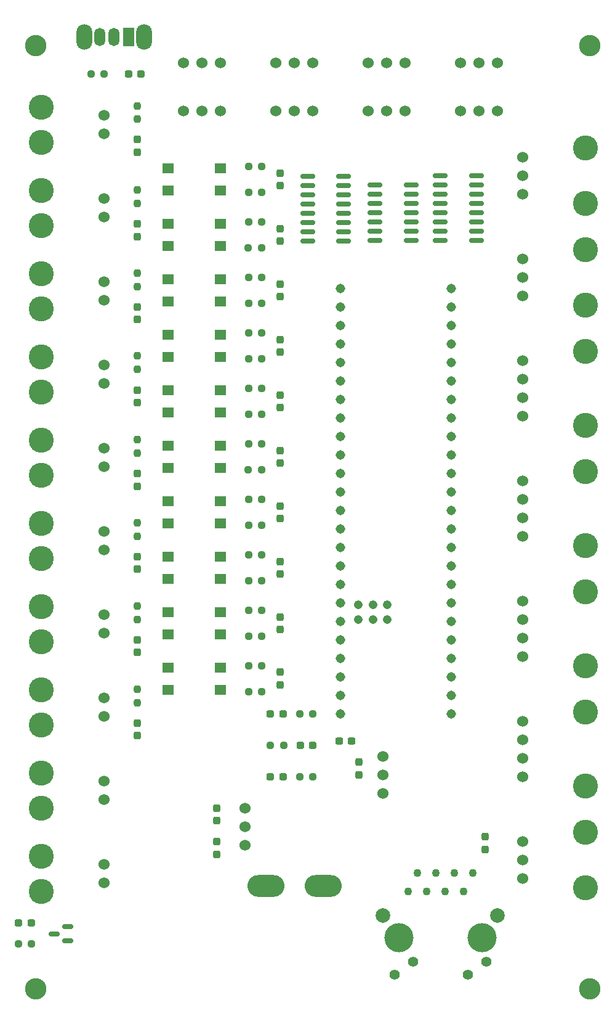
<source format=gbr>
%TF.GenerationSoftware,KiCad,Pcbnew,7.0.7*%
%TF.CreationDate,2023-11-13T00:04:05-06:00*%
%TF.ProjectId,Armboard_Hardware,41726d62-6f61-4726-945f-486172647761,rev?*%
%TF.SameCoordinates,Original*%
%TF.FileFunction,Soldermask,Top*%
%TF.FilePolarity,Negative*%
%FSLAX46Y46*%
G04 Gerber Fmt 4.6, Leading zero omitted, Abs format (unit mm)*
G04 Created by KiCad (PCBNEW 7.0.7) date 2023-11-13 00:04:05*
%MOMM*%
%LPD*%
G01*
G04 APERTURE LIST*
G04 Aperture macros list*
%AMRoundRect*
0 Rectangle with rounded corners*
0 $1 Rounding radius*
0 $2 $3 $4 $5 $6 $7 $8 $9 X,Y pos of 4 corners*
0 Add a 4 corners polygon primitive as box body*
4,1,4,$2,$3,$4,$5,$6,$7,$8,$9,$2,$3,0*
0 Add four circle primitives for the rounded corners*
1,1,$1+$1,$2,$3*
1,1,$1+$1,$4,$5*
1,1,$1+$1,$6,$7*
1,1,$1+$1,$8,$9*
0 Add four rect primitives between the rounded corners*
20,1,$1+$1,$2,$3,$4,$5,0*
20,1,$1+$1,$4,$5,$6,$7,0*
20,1,$1+$1,$6,$7,$8,$9,0*
20,1,$1+$1,$8,$9,$2,$3,0*%
G04 Aperture macros list end*
%ADD10RoundRect,0.237500X0.250000X0.237500X-0.250000X0.237500X-0.250000X-0.237500X0.250000X-0.237500X0*%
%ADD11RoundRect,0.237500X-0.237500X0.287500X-0.237500X-0.287500X0.237500X-0.287500X0.237500X0.287500X0*%
%ADD12C,3.450000*%
%ADD13C,1.524000*%
%ADD14RoundRect,0.237500X0.237500X-0.250000X0.237500X0.250000X-0.237500X0.250000X-0.237500X-0.250000X0*%
%ADD15RoundRect,0.237500X0.237500X-0.300000X0.237500X0.300000X-0.237500X0.300000X-0.237500X-0.300000X0*%
%ADD16C,2.946400*%
%ADD17RoundRect,0.237500X-0.287500X-0.237500X0.287500X-0.237500X0.287500X0.237500X-0.287500X0.237500X0*%
%ADD18RoundRect,0.237500X-0.237500X0.300000X-0.237500X-0.300000X0.237500X-0.300000X0.237500X0.300000X0*%
%ADD19C,1.308000*%
%ADD20C,1.208000*%
%ADD21R,1.600000X1.400000*%
%ADD22RoundRect,0.150000X-0.825000X-0.150000X0.825000X-0.150000X0.825000X0.150000X-0.825000X0.150000X0*%
%ADD23RoundRect,0.237500X0.287500X0.237500X-0.287500X0.237500X-0.287500X-0.237500X0.287500X-0.237500X0*%
%ADD24O,2.200000X3.500000*%
%ADD25R,1.500000X2.500000*%
%ADD26O,1.500000X2.500000*%
%ADD27RoundRect,0.237500X0.300000X0.237500X-0.300000X0.237500X-0.300000X-0.237500X0.300000X-0.237500X0*%
%ADD28C,1.100000*%
%ADD29C,1.400000*%
%ADD30C,4.000000*%
%ADD31C,2.000000*%
%ADD32RoundRect,0.237500X-0.250000X-0.237500X0.250000X-0.237500X0.250000X0.237500X-0.250000X0.237500X0*%
%ADD33O,5.100000X3.000000*%
%ADD34RoundRect,0.150000X0.587500X0.150000X-0.587500X0.150000X-0.587500X-0.150000X0.587500X-0.150000X0*%
G04 APERTURE END LIST*
D10*
%TO.C,R33*%
X69247300Y-165227000D03*
X67422300Y-165227000D03*
%TD*%
D11*
%TO.C,D21*%
X83820000Y-134874000D03*
X83820000Y-136624000D03*
%TD*%
D10*
%TO.C,R13*%
X100908500Y-81305400D03*
X99083500Y-81305400D03*
%TD*%
%TO.C,R19*%
X100912300Y-104165400D03*
X99087300Y-104165400D03*
%TD*%
%TO.C,R4*%
X100912300Y-61976000D03*
X99087300Y-61976000D03*
%TD*%
D12*
%TO.C,Conn22*%
X145465800Y-116840000D03*
X145465800Y-127000000D03*
D13*
X136829800Y-118110000D03*
X136829800Y-120650000D03*
X136829800Y-123190000D03*
X136829800Y-125730000D03*
%TD*%
D14*
%TO.C,R26*%
X83820000Y-86303500D03*
X83820000Y-84478500D03*
%TD*%
D11*
%TO.C,D15*%
X83820000Y-89154000D03*
X83820000Y-90904000D03*
%TD*%
D10*
%TO.C,R5*%
X100885000Y-69596000D03*
X99060000Y-69596000D03*
%TD*%
D11*
%TO.C,D17*%
X83820000Y-100612000D03*
X83820000Y-102362000D03*
%TD*%
%TO.C,D10*%
X103452300Y-105079800D03*
X103452300Y-106829800D03*
%TD*%
D10*
%TO.C,R18*%
X100912300Y-122936000D03*
X99087300Y-122936000D03*
%TD*%
%TO.C,R8*%
X100912300Y-66040000D03*
X99087300Y-66040000D03*
%TD*%
D11*
%TO.C,D12*%
X103452300Y-120319800D03*
X103452300Y-122069800D03*
%TD*%
D10*
%TO.C,R15*%
X100912300Y-96520000D03*
X99087300Y-96520000D03*
%TD*%
D15*
%TO.C,C4*%
X94742000Y-152908000D03*
X94742000Y-151183000D03*
%TD*%
D13*
%TO.C,Conn19*%
X95250000Y-50800000D03*
X92710000Y-50800000D03*
X90170000Y-50800000D03*
%TD*%
D11*
%TO.C,D13*%
X103452300Y-127914400D03*
X103452300Y-129664400D03*
%TD*%
D14*
%TO.C,R29*%
X83820000Y-74930000D03*
X83820000Y-73105000D03*
%TD*%
D16*
%TO.C,V3*%
X69850000Y-171394120D03*
%TD*%
D11*
%TO.C,D20*%
X83820000Y-123444000D03*
X83820000Y-125194000D03*
%TD*%
D17*
%TO.C,D1*%
X102115000Y-142240000D03*
X103865000Y-142240000D03*
%TD*%
D18*
%TO.C,C6*%
X131596000Y-150497000D03*
X131596000Y-152222000D03*
%TD*%
D11*
%TO.C,D5*%
X103452300Y-66979800D03*
X103452300Y-68729800D03*
%TD*%
D13*
%TO.C,U6*%
X117602000Y-144526000D03*
X117602000Y-141986000D03*
X117602000Y-139446000D03*
%TD*%
%TO.C,U1*%
X98605000Y-151638000D03*
X98605000Y-149098000D03*
X98605000Y-146558000D03*
%TD*%
D11*
%TO.C,D7*%
X103452300Y-82219800D03*
X103452300Y-83969800D03*
%TD*%
D16*
%TO.C,V4*%
X146050000Y-41859200D03*
%TD*%
D13*
%TO.C,Conn13*%
X102870000Y-44196000D03*
X105410000Y-44196000D03*
X107950000Y-44196000D03*
%TD*%
D10*
%TO.C,R24*%
X107950000Y-133604000D03*
X106125000Y-133604000D03*
%TD*%
D15*
%TO.C,C7*%
X114300000Y-141986000D03*
X114300000Y-140261000D03*
%TD*%
D16*
%TO.C,V2*%
X69855080Y-41864280D03*
%TD*%
D13*
%TO.C,Conn16*%
X133350000Y-50800000D03*
X130810000Y-50800000D03*
X128270000Y-50800000D03*
%TD*%
%TO.C,Conn15*%
X128270000Y-44196000D03*
X130810000Y-44196000D03*
X133350000Y-44196000D03*
%TD*%
D12*
%TO.C,Conn4*%
X70608000Y-77980000D03*
X70612000Y-73152000D03*
D13*
X79248000Y-76835000D03*
X79248000Y-74295000D03*
%TD*%
D10*
%TO.C,R1*%
X107950000Y-142240000D03*
X106125000Y-142240000D03*
%TD*%
D19*
%TO.C,U2*%
X127000000Y-131080000D03*
X127000000Y-128540000D03*
X127000000Y-126000000D03*
X127000000Y-123460000D03*
X127000000Y-98060000D03*
X111760000Y-128540000D03*
X127000000Y-120920000D03*
X127000000Y-118380000D03*
X127000000Y-115840000D03*
X127000000Y-113300000D03*
X127000000Y-110760000D03*
X127000000Y-108220000D03*
X127000000Y-105680000D03*
X127000000Y-103140000D03*
X127000000Y-100600000D03*
X111760000Y-100600000D03*
X111760000Y-103140000D03*
X111760000Y-105680000D03*
X111760000Y-108220000D03*
X111760000Y-110760000D03*
X111760000Y-113300000D03*
X111760000Y-115840000D03*
X111760000Y-118380000D03*
X111760000Y-120920000D03*
X111760000Y-123460000D03*
X111760000Y-126000000D03*
X127000000Y-95520000D03*
X127000000Y-92980000D03*
X127000000Y-90440000D03*
X127000000Y-87900000D03*
X127000000Y-85360000D03*
X127000000Y-82820000D03*
X127000000Y-80280000D03*
X127000000Y-77740000D03*
X127000000Y-75200000D03*
X111760000Y-75200000D03*
X111760000Y-77740000D03*
X111760000Y-80280000D03*
X111760000Y-82820000D03*
X111760000Y-85360000D03*
X111760000Y-87900000D03*
X111760000Y-90440000D03*
X111760000Y-92980000D03*
X111760000Y-95520000D03*
X127000000Y-133620000D03*
X111760000Y-98060000D03*
X111760000Y-131080000D03*
D20*
X116210000Y-118650000D03*
X116210000Y-120650000D03*
X114210000Y-120650000D03*
X114210000Y-118650000D03*
X118210000Y-118650000D03*
X118210000Y-120650000D03*
D19*
X111760000Y-133620000D03*
%TD*%
D13*
%TO.C,Conn17*%
X120650000Y-50800000D03*
X118110000Y-50800000D03*
X115570000Y-50800000D03*
%TD*%
D17*
%TO.C,D14*%
X82578000Y-45720000D03*
X84328000Y-45720000D03*
%TD*%
D13*
%TO.C,Conn14*%
X115570000Y-44196000D03*
X118110000Y-44196000D03*
X120650000Y-44196000D03*
%TD*%
D10*
%TO.C,R11*%
X100933900Y-92481400D03*
X99108900Y-92481400D03*
%TD*%
%TO.C,R10*%
X100912300Y-84836000D03*
X99087300Y-84836000D03*
%TD*%
%TO.C,R6*%
X100912300Y-77216000D03*
X99087300Y-77216000D03*
%TD*%
D21*
%TO.C,SW2*%
X88009100Y-58724800D03*
X95209100Y-58724800D03*
X88009100Y-61724800D03*
X95209100Y-61724800D03*
%TD*%
D14*
%TO.C,R32*%
X83820000Y-132080000D03*
X83820000Y-130255000D03*
%TD*%
D22*
%TO.C,U4*%
X125480420Y-59690000D03*
X125480420Y-60960000D03*
X125480420Y-62230000D03*
X125480420Y-63500000D03*
X125480420Y-64770000D03*
X125480420Y-66040000D03*
X125480420Y-67310000D03*
X125480420Y-68580000D03*
X130430420Y-68580000D03*
X130430420Y-67310000D03*
X130430420Y-66040000D03*
X130430420Y-64770000D03*
X130430420Y-63500000D03*
X130430420Y-62230000D03*
X130430420Y-60960000D03*
X130430420Y-59690000D03*
%TD*%
D10*
%TO.C,R16*%
X100912300Y-107696000D03*
X99087300Y-107696000D03*
%TD*%
D12*
%TO.C,Conn23*%
X145465800Y-133350000D03*
X145465800Y-143510000D03*
D13*
X136829800Y-134620000D03*
X136829800Y-137160000D03*
X136829800Y-139700000D03*
X136829800Y-142240000D03*
%TD*%
D22*
%TO.C,U5*%
X116517220Y-60960000D03*
X116517220Y-62230000D03*
X116517220Y-63500000D03*
X116517220Y-64770000D03*
X116517220Y-66040000D03*
X116517220Y-67310000D03*
X116517220Y-68580000D03*
X121467220Y-68580000D03*
X121467220Y-67310000D03*
X121467220Y-66040000D03*
X121467220Y-64770000D03*
X121467220Y-63500000D03*
X121467220Y-62230000D03*
X121467220Y-60960000D03*
%TD*%
D13*
%TO.C,Conn18*%
X107950000Y-50800000D03*
X105410000Y-50800000D03*
X102870000Y-50800000D03*
%TD*%
D23*
%TO.C,D3*%
X107950000Y-137922000D03*
X106200000Y-137922000D03*
%TD*%
D21*
%TO.C,SW9*%
X88009100Y-112064800D03*
X95209100Y-112064800D03*
X88009100Y-115064800D03*
X95209100Y-115064800D03*
%TD*%
D14*
%TO.C,R27*%
X83820000Y-63523500D03*
X83820000Y-61698500D03*
%TD*%
D12*
%TO.C,Conn6*%
X70608000Y-100840000D03*
X70612000Y-96012000D03*
D13*
X79248000Y-99695000D03*
X79248000Y-97155000D03*
%TD*%
D11*
%TO.C,D6*%
X103452300Y-74599800D03*
X103452300Y-76349800D03*
%TD*%
%TO.C,D19*%
X83820000Y-112014000D03*
X83820000Y-113764000D03*
%TD*%
D12*
%TO.C,Conn3*%
X70604000Y-66550000D03*
X70608000Y-61722000D03*
D13*
X79244000Y-65405000D03*
X79244000Y-62865000D03*
%TD*%
D14*
%TO.C,R28*%
X83820000Y-97818000D03*
X83820000Y-95993000D03*
%TD*%
D11*
%TO.C,D11*%
X103452300Y-112699800D03*
X103452300Y-114449800D03*
%TD*%
D12*
%TO.C,Conn10*%
X70608000Y-157990000D03*
X70612000Y-153162000D03*
D13*
X79248000Y-156845000D03*
X79248000Y-154305000D03*
%TD*%
D21*
%TO.C,SW4*%
X88009100Y-73964800D03*
X95209100Y-73964800D03*
X88009100Y-76964800D03*
X95209100Y-76964800D03*
%TD*%
D12*
%TO.C,Conn25*%
X145465800Y-69850000D03*
X145465800Y-77470000D03*
D13*
X136829800Y-71120000D03*
X136829800Y-73660000D03*
X136829800Y-76200000D03*
%TD*%
D21*
%TO.C,SW11*%
X88009100Y-127304800D03*
X95209100Y-127304800D03*
X88009100Y-130304800D03*
X95209100Y-130304800D03*
%TD*%
D11*
%TO.C,D8*%
X103452300Y-89839800D03*
X103452300Y-91589800D03*
%TD*%
D24*
%TO.C,SW1*%
X84709000Y-40640000D03*
X76509000Y-40640000D03*
D25*
X82609000Y-40640000D03*
D26*
X80609000Y-40640000D03*
X78609000Y-40640000D03*
%TD*%
D12*
%TO.C,Conn26*%
X145415000Y-149860000D03*
X145415000Y-157480000D03*
D13*
X136779000Y-151130000D03*
X136779000Y-153670000D03*
X136779000Y-156210000D03*
%TD*%
D10*
%TO.C,R3*%
X79248000Y-45720000D03*
X77423000Y-45720000D03*
%TD*%
%TO.C,R20*%
X100912300Y-111785400D03*
X99087300Y-111785400D03*
%TD*%
D21*
%TO.C,SW7*%
X88012300Y-96824800D03*
X95212300Y-96824800D03*
X88012300Y-99824800D03*
X95212300Y-99824800D03*
%TD*%
D10*
%TO.C,R14*%
X100912300Y-88925400D03*
X99087300Y-88925400D03*
%TD*%
D12*
%TO.C,Conn9*%
X70608000Y-135130000D03*
X70612000Y-130302000D03*
D13*
X79248000Y-133985000D03*
X79248000Y-131445000D03*
%TD*%
D10*
%TO.C,R22*%
X100912300Y-130556000D03*
X99087300Y-130556000D03*
%TD*%
D27*
%TO.C,C8*%
X113284000Y-137337800D03*
X111559000Y-137337800D03*
%TD*%
D10*
%TO.C,R17*%
X100912300Y-115316000D03*
X99087300Y-115316000D03*
%TD*%
D16*
%TO.C,V1*%
X146066837Y-171390631D03*
%TD*%
D11*
%TO.C,D4*%
X103452300Y-59359800D03*
X103452300Y-61109800D03*
%TD*%
D10*
%TO.C,R9*%
X100916100Y-73685400D03*
X99091100Y-73685400D03*
%TD*%
D11*
%TO.C,D18*%
X83820000Y-77724000D03*
X83820000Y-79474000D03*
%TD*%
D14*
%TO.C,R31*%
X83820000Y-120650000D03*
X83820000Y-118825000D03*
%TD*%
D17*
%TO.C,D2*%
X102089000Y-133604000D03*
X103839000Y-133604000D03*
%TD*%
D14*
%TO.C,R25*%
X83820000Y-51936000D03*
X83820000Y-50111000D03*
%TD*%
D17*
%TO.C,D22*%
X67459800Y-162306000D03*
X69209800Y-162306000D03*
%TD*%
D21*
%TO.C,SW3*%
X88009100Y-66344800D03*
X95209100Y-66344800D03*
X88009100Y-69344800D03*
X95209100Y-69344800D03*
%TD*%
D10*
%TO.C,R7*%
X100912300Y-58445400D03*
X99087300Y-58445400D03*
%TD*%
D21*
%TO.C,SW5*%
X88009100Y-81584800D03*
X95209100Y-81584800D03*
X88009100Y-84584800D03*
X95209100Y-84584800D03*
%TD*%
D12*
%TO.C,Conn21*%
X145465800Y-100330000D03*
X145465800Y-110490000D03*
D13*
X136829800Y-101600000D03*
X136829800Y-104140000D03*
X136829800Y-106680000D03*
X136829800Y-109220000D03*
%TD*%
D11*
%TO.C,D16*%
X83820000Y-66322000D03*
X83820000Y-68072000D03*
%TD*%
D28*
%TO.C,J1*%
X121030000Y-157990000D03*
X122300000Y-155450000D03*
X123570000Y-157990000D03*
X124840000Y-155450000D03*
X126110000Y-157990000D03*
X127380000Y-155450000D03*
X128650000Y-157990000D03*
X129920000Y-155450000D03*
D29*
X119150000Y-169420000D03*
X121690000Y-167630000D03*
X129260000Y-169420000D03*
X131800000Y-167630000D03*
D30*
X119760000Y-164340000D03*
X131190000Y-164340000D03*
D31*
X117600000Y-161290000D03*
X133350000Y-161290000D03*
%TD*%
D32*
%TO.C,R2*%
X102089000Y-137922000D03*
X103914000Y-137922000D03*
%TD*%
D11*
%TO.C,D9*%
X103452300Y-97459800D03*
X103452300Y-99209800D03*
%TD*%
D22*
%TO.C,U3*%
X107243220Y-59817000D03*
X107243220Y-61087000D03*
X107243220Y-62357000D03*
X107243220Y-63627000D03*
X107243220Y-64897000D03*
X107243220Y-66167000D03*
X107243220Y-67437000D03*
X107243220Y-68707000D03*
X112193220Y-68707000D03*
X112193220Y-67437000D03*
X112193220Y-66167000D03*
X112193220Y-64897000D03*
X112193220Y-63627000D03*
X112193220Y-62357000D03*
X112193220Y-61087000D03*
X112193220Y-59817000D03*
%TD*%
D12*
%TO.C,Conn24*%
X145465800Y-55880000D03*
X145465800Y-63500000D03*
D13*
X136829800Y-57150000D03*
X136829800Y-59690000D03*
X136829800Y-62230000D03*
%TD*%
D14*
%TO.C,R30*%
X83820000Y-109220000D03*
X83820000Y-107395000D03*
%TD*%
D10*
%TO.C,R12*%
X100888800Y-100076000D03*
X99063800Y-100076000D03*
%TD*%
D12*
%TO.C,Conn2*%
X70608000Y-55118000D03*
X70612000Y-50290000D03*
D13*
X79248000Y-53973000D03*
X79248000Y-51433000D03*
%TD*%
D12*
%TO.C,Conn7*%
X70608000Y-112270000D03*
X70612000Y-107442000D03*
D13*
X79248000Y-111125000D03*
X79248000Y-108585000D03*
%TD*%
D12*
%TO.C,Conn11*%
X70612000Y-146558000D03*
X70616000Y-141730000D03*
D13*
X79252000Y-145413000D03*
X79252000Y-142873000D03*
%TD*%
D33*
%TO.C,Conn1*%
X101473000Y-157226000D03*
X109347000Y-157226000D03*
%TD*%
D21*
%TO.C,SW6*%
X88009100Y-89204800D03*
X95209100Y-89204800D03*
X88009100Y-92204800D03*
X95209100Y-92204800D03*
%TD*%
D10*
%TO.C,R21*%
X100912300Y-119405400D03*
X99087300Y-119405400D03*
%TD*%
D21*
%TO.C,SW8*%
X88012300Y-104438800D03*
X95212300Y-104438800D03*
X88012300Y-107438800D03*
X95212300Y-107438800D03*
%TD*%
D11*
%TO.C,D23*%
X83820000Y-54744000D03*
X83820000Y-56494000D03*
%TD*%
D10*
%TO.C,R23*%
X100912300Y-127025400D03*
X99087300Y-127025400D03*
%TD*%
D34*
%TO.C,Q1*%
X74265000Y-164780000D03*
X74265000Y-162880000D03*
X72390000Y-163830000D03*
%TD*%
D12*
%TO.C,Conn8*%
X70608000Y-123700000D03*
X70612000Y-118872000D03*
D13*
X79248000Y-122555000D03*
X79248000Y-120015000D03*
%TD*%
D12*
%TO.C,Conn20*%
X145465800Y-83820000D03*
X145465800Y-93980000D03*
D13*
X136829800Y-85090000D03*
X136829800Y-87630000D03*
X136829800Y-90170000D03*
X136829800Y-92710000D03*
%TD*%
%TO.C,Conn12*%
X90170000Y-44196000D03*
X92710000Y-44196000D03*
X95250000Y-44196000D03*
%TD*%
D18*
%TO.C,C5*%
X94742000Y-146558000D03*
X94742000Y-148283000D03*
%TD*%
D12*
%TO.C,Conn5*%
X70608000Y-89410000D03*
X70612000Y-84582000D03*
D13*
X79248000Y-88265000D03*
X79248000Y-85725000D03*
%TD*%
D21*
%TO.C,SW10*%
X88009100Y-119684800D03*
X95209100Y-119684800D03*
X88009100Y-122684800D03*
X95209100Y-122684800D03*
%TD*%
M02*

</source>
